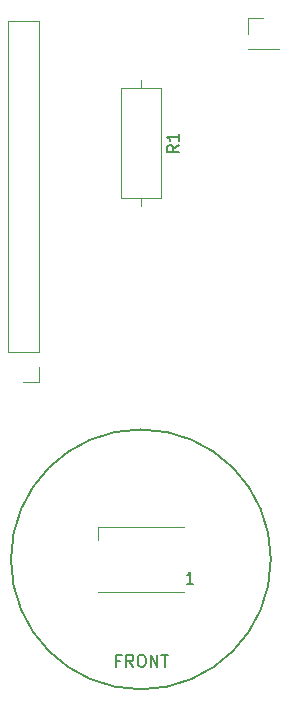
<source format=gto>
G04 #@! TF.GenerationSoftware,KiCad,Pcbnew,5.0.0-rc2-unknown-e4a6f2e~65~ubuntu18.04.1*
G04 #@! TF.CreationDate,2018-06-05T21:23:57+01:00*
G04 #@! TF.ProjectId,IV-11-breakout,49562D31312D627265616B6F75742E6B,rev?*
G04 #@! TF.SameCoordinates,Original*
G04 #@! TF.FileFunction,Legend,Top*
G04 #@! TF.FilePolarity,Positive*
%FSLAX46Y46*%
G04 Gerber Fmt 4.6, Leading zero omitted, Abs format (unit mm)*
G04 Created by KiCad (PCBNEW 5.0.0-rc2-unknown-e4a6f2e~65~ubuntu18.04.1) date Tue Jun  5 21:23:57 2018*
%MOMM*%
%LPD*%
G01*
G04 APERTURE LIST*
%ADD10C,0.120000*%
%ADD11C,0.150000*%
G04 APERTURE END LIST*
D10*
G04 #@! TO.C,R1*
X112522000Y-116562000D02*
X112522000Y-115872000D01*
X112522000Y-105942000D02*
X112522000Y-106632000D01*
X114242000Y-115872000D02*
X114242000Y-106632000D01*
X110802000Y-115872000D02*
X114242000Y-115872000D01*
X110802000Y-106632000D02*
X110802000Y-115872000D01*
X114242000Y-106632000D02*
X110802000Y-106632000D01*
D11*
G04 #@! TO.C,VFD1*
X123500000Y-146500000D02*
G75*
G03X123500000Y-146500000I-11000000J0D01*
G01*
D10*
G04 #@! TO.C,D1*
X116150000Y-149250000D02*
X108850000Y-149250000D01*
X116150000Y-143750000D02*
X108850000Y-143750000D01*
X108850000Y-143750000D02*
X108850000Y-144900000D01*
G04 #@! TO.C,J1*
X103870000Y-100905000D02*
X101210000Y-100905000D01*
X103870000Y-128905000D02*
X103870000Y-100905000D01*
X101210000Y-128905000D02*
X101210000Y-100905000D01*
X103870000Y-128905000D02*
X101210000Y-128905000D01*
X103870000Y-130175000D02*
X103870000Y-131505000D01*
X103870000Y-131505000D02*
X102540000Y-131505000D01*
G04 #@! TO.C,J2*
X121530000Y-103311000D02*
X124190000Y-103311000D01*
X121530000Y-103251000D02*
X121530000Y-103311000D01*
X124190000Y-103251000D02*
X124190000Y-103311000D01*
X121530000Y-103251000D02*
X124190000Y-103251000D01*
X121530000Y-101981000D02*
X121530000Y-100651000D01*
X121530000Y-100651000D02*
X122860000Y-100651000D01*
G04 #@! TO.C,R1*
D11*
X115694380Y-111418666D02*
X115218190Y-111752000D01*
X115694380Y-111990095D02*
X114694380Y-111990095D01*
X114694380Y-111609142D01*
X114742000Y-111513904D01*
X114789619Y-111466285D01*
X114884857Y-111418666D01*
X115027714Y-111418666D01*
X115122952Y-111466285D01*
X115170571Y-111513904D01*
X115218190Y-111609142D01*
X115218190Y-111990095D01*
X115694380Y-110466285D02*
X115694380Y-111037714D01*
X115694380Y-110752000D02*
X114694380Y-110752000D01*
X114837238Y-110847238D01*
X114932476Y-110942476D01*
X114980095Y-111037714D01*
G04 #@! TO.C,VFD1*
X110755284Y-155064571D02*
X110421951Y-155064571D01*
X110421951Y-155588380D02*
X110421951Y-154588380D01*
X110898141Y-154588380D01*
X111850522Y-155588380D02*
X111517189Y-155112190D01*
X111279094Y-155588380D02*
X111279094Y-154588380D01*
X111660046Y-154588380D01*
X111755284Y-154636000D01*
X111802903Y-154683619D01*
X111850522Y-154778857D01*
X111850522Y-154921714D01*
X111802903Y-155016952D01*
X111755284Y-155064571D01*
X111660046Y-155112190D01*
X111279094Y-155112190D01*
X112469570Y-154588380D02*
X112660046Y-154588380D01*
X112755284Y-154636000D01*
X112850522Y-154731238D01*
X112898141Y-154921714D01*
X112898141Y-155255047D01*
X112850522Y-155445523D01*
X112755284Y-155540761D01*
X112660046Y-155588380D01*
X112469570Y-155588380D01*
X112374332Y-155540761D01*
X112279094Y-155445523D01*
X112231475Y-155255047D01*
X112231475Y-154921714D01*
X112279094Y-154731238D01*
X112374332Y-154636000D01*
X112469570Y-154588380D01*
X113326713Y-155588380D02*
X113326713Y-154588380D01*
X113898141Y-155588380D01*
X113898141Y-154588380D01*
X114231475Y-154588380D02*
X114802903Y-154588380D01*
X114517189Y-155588380D02*
X114517189Y-154588380D01*
G04 #@! TO.C,D1*
X116935714Y-148552380D02*
X116364285Y-148552380D01*
X116650000Y-148552380D02*
X116650000Y-147552380D01*
X116554761Y-147695238D01*
X116459523Y-147790476D01*
X116364285Y-147838095D01*
G04 #@! TD*
M02*

</source>
